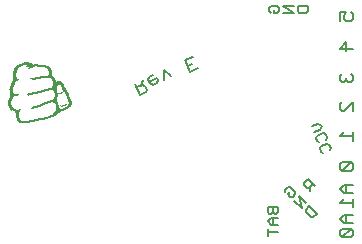
<source format=gbo>
G75*
%MOIN*%
%OFA0B0*%
%FSLAX24Y24*%
%IPPOS*%
%LPD*%
%AMOC8*
5,1,8,0,0,1.08239X$1,22.5*
%
%ADD10R,0.0005X0.0055*%
%ADD11R,0.0005X0.0115*%
%ADD12R,0.0005X0.0125*%
%ADD13R,0.0005X0.0165*%
%ADD14R,0.0005X0.0170*%
%ADD15R,0.0005X0.0200*%
%ADD16R,0.0005X0.0210*%
%ADD17R,0.0005X0.0240*%
%ADD18R,0.0005X0.0250*%
%ADD19R,0.0005X0.0280*%
%ADD20R,0.0005X0.0290*%
%ADD21R,0.0005X0.0320*%
%ADD22R,0.0005X0.0325*%
%ADD23R,0.0005X0.0350*%
%ADD24R,0.0005X0.0100*%
%ADD25R,0.0005X0.0190*%
%ADD26R,0.0005X0.0090*%
%ADD27R,0.0005X0.0215*%
%ADD28R,0.0005X0.0085*%
%ADD29R,0.0005X0.0195*%
%ADD30R,0.0005X0.0080*%
%ADD31R,0.0005X0.0205*%
%ADD32R,0.0005X0.0185*%
%ADD33R,0.0005X0.0175*%
%ADD34R,0.0005X0.0160*%
%ADD35R,0.0005X0.0180*%
%ADD36R,0.0005X0.0150*%
%ADD37R,0.0005X0.0070*%
%ADD38R,0.0005X0.0135*%
%ADD39R,0.0005X0.0075*%
%ADD40R,0.0005X0.0010*%
%ADD41R,0.0005X0.0140*%
%ADD42R,0.0005X0.0015*%
%ADD43R,0.0005X0.0020*%
%ADD44R,0.0005X0.0145*%
%ADD45R,0.0005X0.0065*%
%ADD46R,0.0005X0.0025*%
%ADD47R,0.0005X0.0230*%
%ADD48R,0.0005X0.0220*%
%ADD49R,0.0005X0.0005*%
%ADD50R,0.0005X0.0155*%
%ADD51R,0.0005X0.0110*%
%ADD52R,0.0005X0.0105*%
%ADD53R,0.0005X0.0095*%
%ADD54R,0.0005X0.0120*%
%ADD55R,0.0005X0.0030*%
%ADD56R,0.0005X0.0260*%
%ADD57R,0.0005X0.0265*%
%ADD58R,0.0005X0.0310*%
%ADD59R,0.0005X0.0360*%
%ADD60R,0.0005X0.0130*%
%ADD61R,0.0005X0.0365*%
%ADD62R,0.0005X0.0395*%
%ADD63R,0.0005X0.0405*%
%ADD64R,0.0005X0.0425*%
%ADD65R,0.0005X0.0245*%
%ADD66R,0.0005X0.0315*%
%ADD67R,0.0005X0.0530*%
%ADD68R,0.0005X0.0505*%
%ADD69R,0.0005X0.0535*%
%ADD70R,0.0005X0.0525*%
%ADD71R,0.0005X0.0725*%
%ADD72R,0.0005X0.0710*%
%ADD73R,0.0005X0.0705*%
%ADD74R,0.0005X0.0735*%
%ADD75R,0.0005X0.0440*%
%ADD76R,0.0005X0.0475*%
%ADD77R,0.0005X0.0455*%
%ADD78R,0.0005X0.0480*%
%ADD79R,0.0005X0.0470*%
%ADD80R,0.0005X0.0450*%
%ADD81R,0.0005X0.0430*%
%ADD82R,0.0005X0.0270*%
%ADD83R,0.0005X0.0285*%
%ADD84R,0.0005X0.0295*%
%ADD85R,0.0005X0.0060*%
%ADD86R,0.0005X0.0300*%
%ADD87R,0.0005X0.0305*%
%ADD88R,0.0005X0.0050*%
%ADD89R,0.0005X0.0330*%
%ADD90R,0.0005X0.0335*%
%ADD91R,0.0005X0.0045*%
%ADD92R,0.0005X0.0040*%
%ADD93R,0.0005X0.0035*%
%ADD94R,0.0005X0.0235*%
%ADD95R,0.0005X0.0375*%
%ADD96R,0.0005X0.0370*%
%ADD97R,0.0005X0.0345*%
%ADD98R,0.0005X0.0225*%
%ADD99R,0.0005X0.0460*%
%ADD100R,0.0005X0.0515*%
%ADD101R,0.0005X0.0520*%
%ADD102R,0.0005X0.0495*%
%ADD103R,0.0005X0.0510*%
%ADD104R,0.0005X0.0500*%
%ADD105R,0.0005X0.0540*%
%ADD106R,0.0005X0.0765*%
%ADD107R,0.0005X0.0390*%
%ADD108C,0.0080*%
%ADD109C,0.0060*%
D10*
X008155Y005797D03*
X008660Y005912D03*
X008665Y005912D03*
X008670Y005912D03*
X008680Y005922D03*
X008685Y005922D03*
X008690Y005922D03*
X008695Y005922D03*
X008700Y005922D03*
X008705Y005922D03*
X008710Y005922D03*
X008715Y005922D03*
X008735Y005932D03*
X008740Y005932D03*
X008765Y005942D03*
X008770Y005942D03*
X008775Y005942D03*
X008780Y005942D03*
X008795Y005952D03*
X008800Y005952D03*
X008810Y005962D03*
X008830Y005962D03*
X008895Y005987D03*
X008965Y006017D03*
X008985Y006027D03*
X009015Y006037D03*
X009155Y006082D03*
X009165Y006092D03*
X009175Y006092D03*
X009180Y006092D03*
X009185Y006092D03*
X009200Y006102D03*
X009205Y006102D03*
X009095Y006492D03*
X008980Y006462D03*
X008875Y006437D03*
X008845Y006427D03*
X008835Y006427D03*
X008830Y006427D03*
X008825Y006427D03*
X008815Y006417D03*
X008810Y006417D03*
X008805Y006417D03*
X008800Y006417D03*
X008795Y006417D03*
X008775Y006407D03*
X008770Y006407D03*
X008765Y006407D03*
X008760Y006407D03*
X008735Y006397D03*
X008730Y006397D03*
X008725Y006397D03*
X008720Y006397D03*
X008715Y006397D03*
X008710Y006397D03*
X008700Y006387D03*
X008695Y006387D03*
X008690Y006387D03*
X008685Y006387D03*
X008680Y006387D03*
X008675Y006387D03*
X008670Y006387D03*
X008665Y006387D03*
X008660Y006387D03*
X008640Y006377D03*
X008635Y006377D03*
X008630Y006377D03*
X008625Y006377D03*
X008035Y006322D03*
X008030Y006322D03*
X009895Y006037D03*
X009900Y006037D03*
D11*
X009890Y006042D03*
X009730Y006407D03*
X009710Y006437D03*
X009570Y006692D03*
X009510Y005802D03*
X009380Y005712D03*
X008040Y005787D03*
X007975Y006322D03*
X008580Y007292D03*
D12*
X009425Y006702D03*
X009575Y006682D03*
X009580Y006677D03*
X009695Y006467D03*
X009700Y006462D03*
X009705Y006447D03*
X009715Y006427D03*
X009720Y006422D03*
X009725Y006417D03*
X009885Y006042D03*
X009390Y005727D03*
X008175Y005462D03*
X008135Y005757D03*
X007970Y006322D03*
D13*
X007945Y006327D03*
X009335Y006157D03*
X009410Y006057D03*
X009480Y005817D03*
X009880Y006047D03*
X009405Y006682D03*
X009400Y006682D03*
D14*
X009340Y006160D03*
X009475Y005820D03*
X009875Y006045D03*
D15*
X009870Y006055D03*
X009350Y006165D03*
X009625Y006585D03*
X009295Y006830D03*
X009290Y006830D03*
X008040Y007145D03*
D16*
X007975Y006740D03*
X007935Y006330D03*
X007815Y006050D03*
X009415Y006030D03*
X009645Y006540D03*
X009635Y006560D03*
X009820Y006185D03*
X009865Y006055D03*
D17*
X009860Y006065D03*
D18*
X009855Y006065D03*
X009360Y006190D03*
X009305Y006795D03*
X009300Y006800D03*
D19*
X009850Y006075D03*
D20*
X009845Y006075D03*
X009225Y007030D03*
X008085Y005680D03*
D21*
X009445Y005880D03*
X009840Y006085D03*
X009190Y007065D03*
D22*
X009185Y007067D03*
X009180Y007072D03*
X009175Y007077D03*
X009410Y006312D03*
X009835Y006082D03*
X008100Y005652D03*
D23*
X008115Y005640D03*
X007850Y006060D03*
X007845Y006060D03*
X009830Y006090D03*
D24*
X009825Y005960D03*
X009820Y005955D03*
X009535Y005805D03*
X009530Y005805D03*
X009525Y005805D03*
X009345Y005680D03*
X009340Y005675D03*
X009335Y005670D03*
X009330Y005665D03*
X009325Y005660D03*
X009310Y005655D03*
X009300Y006135D03*
X009270Y006545D03*
X009490Y006715D03*
X009495Y006715D03*
X009500Y006715D03*
X009505Y006715D03*
X009510Y006715D03*
X009535Y006705D03*
X009540Y006705D03*
X009545Y006705D03*
X009550Y006705D03*
X009255Y006905D03*
X009250Y006905D03*
X009240Y006915D03*
X009130Y007220D03*
X008605Y007295D03*
X008600Y007295D03*
X008595Y007295D03*
X008555Y007325D03*
X008550Y007325D03*
X008545Y007325D03*
X008465Y007360D03*
X008440Y007370D03*
X008435Y007370D03*
X008180Y007295D03*
X008130Y007265D03*
X008120Y007255D03*
X008065Y006860D03*
X007920Y005870D03*
X007930Y005860D03*
X008025Y005805D03*
X008190Y005440D03*
D25*
X009345Y006165D03*
X009815Y006200D03*
X009825Y006170D03*
X009390Y006665D03*
D26*
X009260Y006540D03*
X009545Y005810D03*
X009550Y005810D03*
X009555Y005810D03*
X009315Y005655D03*
X009290Y005640D03*
X009270Y005630D03*
X009260Y005630D03*
X009240Y005620D03*
X009225Y005610D03*
X009195Y005600D03*
X009175Y005590D03*
X009145Y005580D03*
X009120Y005570D03*
X009080Y005560D03*
X009055Y005555D03*
X009050Y005550D03*
X009015Y005545D03*
X008815Y005505D03*
X008730Y005485D03*
X008205Y005430D03*
X008200Y005435D03*
X008195Y005440D03*
X008015Y005810D03*
X008010Y005815D03*
X008005Y005820D03*
X007990Y005825D03*
X007985Y005830D03*
X007970Y005835D03*
X007950Y005845D03*
X007990Y006320D03*
X008135Y007270D03*
X008140Y007270D03*
X008150Y007280D03*
X008155Y007280D03*
X008160Y007280D03*
X008170Y007290D03*
X008185Y007300D03*
X008195Y007310D03*
X008200Y007310D03*
X008205Y007310D03*
X008215Y007320D03*
X008220Y007320D03*
X008225Y007320D03*
X008235Y007330D03*
X008245Y007340D03*
X008255Y007340D03*
X008260Y007345D03*
X008275Y007350D03*
X008280Y007355D03*
X008295Y007360D03*
X008300Y007365D03*
X008310Y007365D03*
X008330Y007375D03*
X008565Y007320D03*
X008615Y007290D03*
X008645Y007300D03*
X008660Y007310D03*
X009030Y007275D03*
X009035Y007270D03*
X009060Y007265D03*
X009080Y007255D03*
X009100Y007245D03*
X009125Y007225D03*
X009815Y005945D03*
X009810Y005940D03*
D27*
X009810Y006212D03*
X009800Y006242D03*
X009620Y006592D03*
X009470Y005832D03*
X009465Y005832D03*
X009415Y005797D03*
X007960Y006707D03*
D28*
X007995Y006317D03*
X007935Y005852D03*
X007955Y005842D03*
X007960Y005842D03*
X007965Y005842D03*
X007975Y005832D03*
X007980Y005832D03*
X007995Y005822D03*
X008000Y005822D03*
X008145Y005782D03*
X008210Y005427D03*
X008230Y005422D03*
X008240Y005412D03*
X008245Y005412D03*
X008250Y005412D03*
X008255Y005412D03*
X008260Y005412D03*
X008265Y005412D03*
X008270Y005412D03*
X008275Y005412D03*
X008280Y005412D03*
X008285Y005412D03*
X008290Y005412D03*
X008295Y005412D03*
X008300Y005412D03*
X008305Y005412D03*
X008310Y005412D03*
X008315Y005412D03*
X008320Y005412D03*
X008325Y005412D03*
X008330Y005412D03*
X008335Y005412D03*
X008340Y005412D03*
X008345Y005412D03*
X008350Y005412D03*
X008355Y005412D03*
X008360Y005412D03*
X008495Y005432D03*
X008510Y005442D03*
X008520Y005442D03*
X008525Y005442D03*
X008530Y005442D03*
X008535Y005442D03*
X008540Y005442D03*
X008545Y005442D03*
X008560Y005452D03*
X008565Y005452D03*
X008570Y005452D03*
X008575Y005452D03*
X008580Y005452D03*
X008585Y005452D03*
X008590Y005452D03*
X008595Y005452D03*
X008610Y005462D03*
X008615Y005462D03*
X008620Y005462D03*
X008625Y005462D03*
X008630Y005462D03*
X008635Y005462D03*
X008655Y005472D03*
X008725Y005482D03*
X008810Y005502D03*
X008820Y005507D03*
X008965Y005527D03*
X008975Y005537D03*
X008985Y005537D03*
X008990Y005537D03*
X008995Y005537D03*
X009000Y005537D03*
X009005Y005537D03*
X009010Y005537D03*
X009020Y005547D03*
X009025Y005547D03*
X009030Y005547D03*
X009035Y005547D03*
X009040Y005547D03*
X009045Y005547D03*
X009060Y005557D03*
X009075Y005557D03*
X009085Y005567D03*
X009115Y005567D03*
X009150Y005582D03*
X009170Y005587D03*
X009180Y005592D03*
X009190Y005597D03*
X009200Y005602D03*
X009220Y005607D03*
X009245Y005622D03*
X009275Y005632D03*
X009295Y005642D03*
X009560Y005812D03*
X009570Y005812D03*
X009775Y005917D03*
X009780Y005917D03*
X009805Y005937D03*
X009285Y006127D03*
X009280Y006127D03*
X009275Y006127D03*
X009255Y006537D03*
X009115Y007237D03*
X009095Y007247D03*
X009090Y007247D03*
X009085Y007247D03*
X009075Y007257D03*
X009070Y007257D03*
X009065Y007257D03*
X009055Y007267D03*
X009050Y007267D03*
X009040Y007267D03*
X008665Y007312D03*
X008640Y007297D03*
X008570Y007317D03*
X008425Y007392D03*
X008420Y007392D03*
X008415Y007392D03*
X008410Y007392D03*
X008405Y007392D03*
X008400Y007392D03*
X008395Y007392D03*
X008390Y007392D03*
X008385Y007392D03*
X008380Y007392D03*
X008375Y007392D03*
X008370Y007392D03*
X008365Y007392D03*
X008355Y007382D03*
X008325Y007372D03*
X008240Y007332D03*
X008230Y007322D03*
X008210Y007312D03*
X008190Y007302D03*
X008165Y007287D03*
X008145Y007277D03*
D29*
X008040Y006882D03*
X007955Y006692D03*
X007950Y006687D03*
X009395Y006667D03*
X009610Y006612D03*
X009615Y006607D03*
X009785Y006287D03*
X009805Y006227D03*
D30*
X009800Y005935D03*
X009795Y005930D03*
X009790Y005925D03*
X009785Y005920D03*
X009770Y005915D03*
X009765Y005910D03*
X009760Y005905D03*
X009755Y005900D03*
X009735Y005890D03*
X009715Y005880D03*
X009700Y005870D03*
X009695Y005870D03*
X009640Y005840D03*
X009625Y005835D03*
X009620Y005830D03*
X009605Y005825D03*
X009600Y005820D03*
X009575Y005815D03*
X009565Y005815D03*
X009255Y005625D03*
X009250Y005625D03*
X009235Y005615D03*
X009230Y005615D03*
X009215Y005605D03*
X009210Y005605D03*
X009205Y005605D03*
X009185Y005595D03*
X009165Y005585D03*
X009160Y005585D03*
X009155Y005585D03*
X009140Y005575D03*
X009135Y005575D03*
X009130Y005575D03*
X009125Y005575D03*
X009110Y005565D03*
X009105Y005565D03*
X009100Y005565D03*
X009095Y005565D03*
X009090Y005565D03*
X009070Y005555D03*
X009065Y005555D03*
X008980Y005540D03*
X008960Y005530D03*
X008955Y005530D03*
X008950Y005530D03*
X008945Y005530D03*
X008940Y005530D03*
X008935Y005530D03*
X008930Y005530D03*
X008925Y005525D03*
X008920Y005520D03*
X008915Y005520D03*
X008910Y005520D03*
X008905Y005520D03*
X008900Y005520D03*
X008895Y005520D03*
X008890Y005520D03*
X008885Y005520D03*
X008880Y005520D03*
X008875Y005520D03*
X008870Y005520D03*
X008860Y005510D03*
X008855Y005510D03*
X008850Y005510D03*
X008845Y005510D03*
X008840Y005510D03*
X008835Y005510D03*
X008830Y005510D03*
X008825Y005510D03*
X008805Y005500D03*
X008800Y005500D03*
X008795Y005500D03*
X008790Y005500D03*
X008785Y005500D03*
X008780Y005500D03*
X008775Y005500D03*
X008765Y005490D03*
X008760Y005490D03*
X008755Y005490D03*
X008750Y005490D03*
X008745Y005490D03*
X008740Y005490D03*
X008735Y005490D03*
X008720Y005480D03*
X008715Y005480D03*
X008710Y005480D03*
X008705Y005480D03*
X008700Y005480D03*
X008695Y005480D03*
X008690Y005480D03*
X008685Y005475D03*
X008680Y005470D03*
X008675Y005470D03*
X008670Y005470D03*
X008665Y005470D03*
X008660Y005470D03*
X008650Y005470D03*
X008645Y005465D03*
X008640Y005460D03*
X008605Y005460D03*
X008555Y005450D03*
X008550Y005445D03*
X008515Y005445D03*
X008500Y005435D03*
X008490Y005435D03*
X008485Y005435D03*
X008480Y005435D03*
X008475Y005435D03*
X008470Y005435D03*
X008465Y005435D03*
X008460Y005435D03*
X008455Y005435D03*
X008450Y005435D03*
X008445Y005435D03*
X008440Y005430D03*
X008435Y005425D03*
X008430Y005425D03*
X008425Y005425D03*
X008420Y005425D03*
X008415Y005425D03*
X008410Y005425D03*
X008405Y005425D03*
X008400Y005425D03*
X008395Y005425D03*
X008390Y005425D03*
X008385Y005425D03*
X008380Y005425D03*
X008375Y005425D03*
X008370Y005425D03*
X008225Y005425D03*
X008220Y005425D03*
X008215Y005425D03*
X008150Y005785D03*
X007945Y005850D03*
X007940Y005850D03*
X008000Y006320D03*
X008070Y006850D03*
X008075Y006850D03*
X007965Y007005D03*
X008315Y007370D03*
X008320Y007370D03*
X008335Y007380D03*
X008340Y007380D03*
X008345Y007380D03*
X008350Y007380D03*
X008620Y007295D03*
X008625Y007295D03*
X008630Y007295D03*
X008635Y007295D03*
X008650Y007305D03*
X008655Y007305D03*
X008670Y007315D03*
X008675Y007315D03*
X008680Y007315D03*
X008685Y007315D03*
X008690Y007315D03*
X008695Y007315D03*
X008700Y007315D03*
X008705Y007315D03*
X008710Y007315D03*
X008715Y007315D03*
X008720Y007315D03*
X008725Y007315D03*
X008730Y007315D03*
X008735Y007315D03*
X008740Y007315D03*
X008745Y007315D03*
X008750Y007315D03*
X008755Y007315D03*
X008760Y007315D03*
X008765Y007315D03*
X008785Y007305D03*
X008790Y007305D03*
X008795Y007305D03*
X008800Y007305D03*
X008805Y007305D03*
X008810Y007305D03*
X008815Y007305D03*
X008820Y007305D03*
X008825Y007305D03*
X008830Y007305D03*
X008835Y007305D03*
X008840Y007305D03*
X008845Y007305D03*
X008850Y007305D03*
X008855Y007305D03*
X008860Y007305D03*
X008865Y007305D03*
X008870Y007305D03*
X008875Y007305D03*
X008880Y007305D03*
X008885Y007305D03*
X008890Y007305D03*
X008895Y007305D03*
X008900Y007305D03*
X008920Y007295D03*
X008925Y007295D03*
X008930Y007295D03*
X008935Y007295D03*
X008940Y007295D03*
X008945Y007295D03*
X008950Y007295D03*
X008955Y007295D03*
X008965Y007285D03*
X008970Y007285D03*
X008975Y007285D03*
X008980Y007285D03*
X008985Y007285D03*
X008990Y007285D03*
X008995Y007285D03*
X009005Y007275D03*
X009010Y007275D03*
X009015Y007275D03*
X009020Y007275D03*
X009025Y007275D03*
X009045Y007265D03*
X009105Y007240D03*
X009110Y007240D03*
X009155Y006955D03*
X009160Y006955D03*
X009240Y006535D03*
X009245Y006535D03*
X009250Y006535D03*
X009215Y006525D03*
X009270Y006125D03*
D31*
X009795Y006262D03*
X009650Y006542D03*
X008045Y007147D03*
X007965Y006717D03*
X007940Y006662D03*
X007940Y006332D03*
D32*
X007945Y006677D03*
X008045Y006882D03*
X008050Y007162D03*
X008055Y007167D03*
X007885Y005932D03*
X008150Y005512D03*
X009790Y006277D03*
X009775Y006312D03*
D33*
X009780Y006302D03*
X009605Y006627D03*
X008065Y007182D03*
X008060Y007177D03*
D34*
X007810Y006050D03*
X008055Y005755D03*
X008060Y005755D03*
X008160Y005490D03*
X009425Y006310D03*
X009305Y006560D03*
X009655Y006535D03*
X009660Y006535D03*
X009670Y006515D03*
X009755Y006355D03*
X009770Y006325D03*
D35*
X009765Y006335D03*
X008145Y005520D03*
X007880Y005935D03*
X007935Y006650D03*
D36*
X009300Y006560D03*
X009410Y006690D03*
X009430Y006310D03*
X009745Y006380D03*
X009760Y006350D03*
X009485Y005810D03*
D37*
X009585Y005820D03*
X009590Y005820D03*
X009655Y005845D03*
X009670Y005855D03*
X009675Y005855D03*
X009680Y005855D03*
X009705Y005875D03*
X009710Y005875D03*
X009725Y005885D03*
X009730Y005885D03*
X009745Y005895D03*
X009750Y005895D03*
X009240Y006110D03*
X009125Y006500D03*
X009130Y006505D03*
X009145Y006510D03*
X009185Y006520D03*
X009195Y006520D03*
X009200Y006520D03*
X009205Y006520D03*
X009220Y006530D03*
X009225Y006530D03*
X009230Y006530D03*
X009235Y006530D03*
X009150Y006950D03*
X009145Y006950D03*
X008910Y007300D03*
X008775Y007310D03*
X008085Y006845D03*
X008080Y006845D03*
X007960Y007005D03*
X008010Y006320D03*
D38*
X007965Y006322D03*
X008165Y005472D03*
X009395Y005737D03*
X009400Y005742D03*
X009750Y006367D03*
X009740Y006387D03*
X009685Y006492D03*
X009590Y006662D03*
X009585Y006667D03*
X009295Y006552D03*
X009285Y006862D03*
X009280Y006867D03*
X008475Y007342D03*
X008470Y007342D03*
D39*
X008430Y007387D03*
X008770Y007312D03*
X008780Y007307D03*
X008905Y007302D03*
X008915Y007297D03*
X008960Y007292D03*
X009000Y007282D03*
X009190Y006522D03*
X009210Y006522D03*
X009165Y006512D03*
X009160Y006512D03*
X009155Y006512D03*
X009150Y006512D03*
X009260Y006122D03*
X009265Y006122D03*
X009250Y006112D03*
X009245Y006112D03*
X009580Y005817D03*
X009595Y005817D03*
X009610Y005827D03*
X009615Y005827D03*
X009630Y005837D03*
X009635Y005837D03*
X009645Y005847D03*
X009650Y005847D03*
X009660Y005847D03*
X009690Y005867D03*
X009720Y005882D03*
X009740Y005892D03*
X008970Y005532D03*
X008865Y005512D03*
X008770Y005492D03*
X008600Y005457D03*
X008505Y005437D03*
X008365Y005422D03*
X008005Y006322D03*
D40*
X008135Y006315D03*
X008200Y005830D03*
X008580Y005860D03*
X008550Y006850D03*
X008475Y007190D03*
X008480Y007195D03*
X008485Y007200D03*
X008490Y007205D03*
X008505Y007210D03*
X008515Y007215D03*
X008410Y007265D03*
X008400Y007260D03*
X008150Y006830D03*
X008145Y006830D03*
X008140Y006830D03*
X008135Y006830D03*
X008130Y006830D03*
X008125Y006830D03*
X009445Y006360D03*
X009450Y006360D03*
X009480Y006350D03*
X009485Y006350D03*
X009505Y006350D03*
X009590Y006385D03*
X009730Y005980D03*
X009735Y005980D03*
X009720Y005975D03*
X009525Y005950D03*
D41*
X009330Y006145D03*
X009325Y006145D03*
X009735Y006395D03*
X008480Y007345D03*
X007975Y007015D03*
X008170Y005470D03*
D42*
X008195Y005827D03*
X008130Y006312D03*
X008125Y006312D03*
X008120Y006312D03*
X008115Y006312D03*
X008110Y006312D03*
X008425Y006312D03*
X008430Y006317D03*
X008435Y006322D03*
X008440Y006322D03*
X008445Y006322D03*
X008555Y006852D03*
X008560Y006852D03*
X008565Y006852D03*
X008570Y006852D03*
X008500Y007207D03*
X008495Y007207D03*
X008510Y007212D03*
X008520Y007212D03*
X008455Y007282D03*
X008450Y007282D03*
X008430Y007272D03*
X008425Y007272D03*
X008420Y007272D03*
X008415Y007272D03*
X008405Y007262D03*
X008405Y007327D03*
X008410Y007327D03*
X008415Y007327D03*
X008420Y007327D03*
X008425Y007327D03*
X009440Y006357D03*
X009455Y006357D03*
X009475Y006352D03*
X009490Y006352D03*
X009495Y006352D03*
X009500Y006352D03*
X009510Y006352D03*
X009530Y006357D03*
X009535Y006357D03*
X009540Y006362D03*
X009570Y006377D03*
X009575Y006377D03*
X009595Y006387D03*
X009725Y005977D03*
X009715Y005972D03*
X009710Y005972D03*
X009705Y005967D03*
X009700Y005967D03*
X009690Y005962D03*
X009685Y005962D03*
X009680Y005962D03*
X009655Y005952D03*
X009620Y005942D03*
X009550Y005942D03*
X009530Y005952D03*
D43*
X009545Y005945D03*
X009615Y005940D03*
X009625Y005945D03*
X009630Y005945D03*
X009650Y005950D03*
X009660Y005955D03*
X009665Y005955D03*
X009670Y005955D03*
X009675Y005960D03*
X009695Y005965D03*
X009560Y006370D03*
X009515Y006355D03*
X009470Y006355D03*
X009460Y006355D03*
X009435Y006360D03*
X008595Y005870D03*
X008590Y005865D03*
X008585Y005860D03*
X008190Y005825D03*
X008180Y005815D03*
X008105Y006315D03*
X008450Y006325D03*
X008525Y007215D03*
X008530Y007220D03*
X008535Y007225D03*
X008550Y007230D03*
X008555Y007235D03*
X008570Y007240D03*
X008460Y007285D03*
X008430Y007330D03*
D44*
X008055Y006872D03*
X007855Y006492D03*
X007960Y006322D03*
X007890Y005907D03*
X007895Y005902D03*
X009415Y006692D03*
X009665Y006527D03*
X009675Y006507D03*
X009680Y006502D03*
X009690Y006482D03*
X009490Y005807D03*
X009160Y007182D03*
X009155Y007187D03*
D45*
X009175Y006517D03*
X009180Y006517D03*
X009140Y006507D03*
X009135Y006507D03*
X009120Y006497D03*
X009115Y006497D03*
X009110Y006497D03*
X009105Y006497D03*
X009100Y006497D03*
X009090Y006487D03*
X009085Y006487D03*
X009080Y006487D03*
X009075Y006487D03*
X009070Y006487D03*
X009065Y006487D03*
X009060Y006487D03*
X009050Y006477D03*
X009045Y006477D03*
X009040Y006477D03*
X009035Y006477D03*
X009010Y006467D03*
X009215Y006107D03*
X009220Y006107D03*
X009225Y006107D03*
X009230Y006107D03*
X009235Y006107D03*
X009255Y006117D03*
X009665Y005852D03*
X009685Y005862D03*
X008755Y005937D03*
X008750Y005937D03*
X008730Y005927D03*
X008725Y005927D03*
X008720Y005927D03*
X008025Y006317D03*
X008020Y006317D03*
X008015Y006317D03*
X007800Y006062D03*
D46*
X008100Y006317D03*
X007850Y006497D03*
X007845Y006497D03*
X008120Y006832D03*
X008575Y006857D03*
X008580Y006857D03*
X008585Y006857D03*
X008590Y006857D03*
X008595Y006857D03*
X008600Y006857D03*
X008545Y007227D03*
X008540Y007227D03*
X008560Y007237D03*
X008565Y007237D03*
X008465Y007287D03*
X008445Y007277D03*
X008440Y007277D03*
X008435Y007277D03*
X008455Y006327D03*
X008600Y005872D03*
X008185Y005822D03*
X008175Y005812D03*
X009535Y005947D03*
X009540Y005947D03*
X009555Y005937D03*
X009560Y005937D03*
X009565Y005937D03*
X009570Y005937D03*
X009575Y005937D03*
X009580Y005937D03*
X009585Y005937D03*
X009590Y005937D03*
X009595Y005937D03*
X009600Y005937D03*
X009605Y005937D03*
X009610Y005937D03*
X009635Y005947D03*
X009640Y005947D03*
X009645Y005947D03*
X009525Y006352D03*
X009520Y006357D03*
X009545Y006362D03*
X009550Y006362D03*
X009555Y006362D03*
X009565Y006372D03*
D47*
X009640Y006545D03*
D48*
X009630Y006570D03*
X008070Y005715D03*
X007820Y006050D03*
D49*
X008140Y006317D03*
X008145Y006317D03*
X008150Y006317D03*
X008205Y005832D03*
X008575Y005862D03*
X009580Y006382D03*
X009585Y006382D03*
X009600Y006392D03*
X009605Y006392D03*
X008470Y007192D03*
X008395Y007257D03*
X008395Y007332D03*
X008400Y007332D03*
X008390Y007332D03*
X008385Y007332D03*
D50*
X008075Y007202D03*
X008070Y007197D03*
X008050Y006872D03*
X007860Y006492D03*
X007950Y006327D03*
X007955Y006322D03*
X007805Y006052D03*
X008155Y005492D03*
X009405Y005757D03*
X009410Y005762D03*
X009600Y006642D03*
X009595Y006647D03*
D51*
X007910Y005875D03*
X008035Y005790D03*
X008185Y005450D03*
X009355Y005685D03*
X009360Y005690D03*
X009365Y005695D03*
X009515Y005800D03*
X009310Y006140D03*
X009280Y006550D03*
X009475Y006720D03*
X009480Y006720D03*
X009520Y006710D03*
X009525Y006710D03*
X009555Y006700D03*
X009565Y006690D03*
X009270Y006890D03*
X009260Y006900D03*
X009135Y007215D03*
X008585Y007290D03*
X008540Y007330D03*
X008535Y007330D03*
X008530Y007330D03*
X008525Y007330D03*
X008455Y007365D03*
X008450Y007365D03*
X008445Y007365D03*
X008100Y007240D03*
X008095Y007235D03*
D52*
X008090Y007232D03*
X008060Y006857D03*
X007980Y006322D03*
X007905Y005882D03*
X007915Y005872D03*
X008590Y007292D03*
X008460Y007362D03*
X009140Y007212D03*
X009265Y006897D03*
X009275Y006887D03*
X009485Y006717D03*
X009515Y006712D03*
X009530Y006707D03*
X009560Y006697D03*
X009275Y006547D03*
X009305Y006137D03*
X009520Y005802D03*
X009370Y005697D03*
X009350Y005682D03*
D53*
X009320Y005657D03*
X009305Y005647D03*
X009300Y005647D03*
X009285Y005637D03*
X009280Y005637D03*
X009265Y005627D03*
X009540Y005807D03*
X009295Y006132D03*
X009290Y006132D03*
X009265Y006542D03*
X009245Y006912D03*
X009235Y006922D03*
X009120Y007232D03*
X008610Y007292D03*
X008560Y007322D03*
X008360Y007387D03*
X008305Y007367D03*
X008290Y007357D03*
X008285Y007357D03*
X008270Y007347D03*
X008265Y007347D03*
X008250Y007337D03*
X008175Y007292D03*
X008125Y007262D03*
X008115Y007252D03*
X008110Y007252D03*
X008105Y007252D03*
X007985Y006322D03*
X007925Y005867D03*
X008020Y005807D03*
X008030Y005797D03*
X008235Y005417D03*
D54*
X008180Y005460D03*
X008050Y005775D03*
X009315Y006140D03*
X009495Y005805D03*
X009500Y005805D03*
X009505Y005805D03*
X009375Y005710D03*
X009285Y006550D03*
X009430Y006705D03*
X009435Y006705D03*
X009445Y006715D03*
X009450Y006715D03*
X009455Y006715D03*
X009460Y006715D03*
X009465Y006715D03*
X009470Y006715D03*
X009240Y007050D03*
X009150Y007200D03*
X009145Y007200D03*
X008575Y007295D03*
X008520Y007335D03*
X008515Y007335D03*
X008510Y007335D03*
X008505Y007335D03*
D55*
X008650Y006870D03*
X008645Y006865D03*
X008945Y006910D03*
X009030Y006920D03*
X008520Y006350D03*
X008515Y006350D03*
X008510Y006350D03*
X008505Y006345D03*
X008500Y006340D03*
X008495Y006340D03*
X008480Y006340D03*
X008475Y006335D03*
X008460Y006330D03*
X008095Y006315D03*
X008115Y006830D03*
X008110Y006835D03*
X008105Y006835D03*
X008100Y006835D03*
X008615Y005885D03*
X008610Y005880D03*
X008605Y005875D03*
X009465Y006355D03*
D56*
X009460Y005855D03*
X008075Y005695D03*
X007825Y006055D03*
D57*
X007830Y006057D03*
X008080Y005692D03*
X009455Y005857D03*
D58*
X009450Y005880D03*
X007835Y006060D03*
D59*
X009440Y005895D03*
D60*
X009385Y005725D03*
X009320Y006140D03*
X009290Y006550D03*
X009420Y006700D03*
X009440Y006710D03*
X009235Y007050D03*
X008500Y007340D03*
X008495Y007340D03*
X008490Y007340D03*
X008485Y007340D03*
X008085Y007215D03*
X008080Y007215D03*
X007970Y007015D03*
X007900Y005895D03*
X008045Y005780D03*
X008140Y005760D03*
D61*
X008120Y005632D03*
X009435Y005892D03*
D62*
X009430Y005902D03*
D63*
X009425Y005902D03*
D64*
X009420Y005907D03*
D65*
X009355Y006187D03*
X009420Y006302D03*
X008140Y005552D03*
D66*
X008095Y005662D03*
X008090Y005667D03*
X007840Y006062D03*
X009415Y006312D03*
X009195Y007062D03*
D67*
X009405Y006245D03*
D68*
X009400Y006257D03*
X007925Y006467D03*
D69*
X009395Y006277D03*
D70*
X009390Y006287D03*
X007880Y006357D03*
D71*
X009385Y006392D03*
D72*
X009380Y006400D03*
D73*
X009375Y006402D03*
X009370Y006407D03*
D74*
X009365Y006427D03*
D75*
X009360Y006580D03*
X009310Y006695D03*
X007870Y006075D03*
D76*
X009355Y006597D03*
D77*
X009350Y006607D03*
X009340Y006637D03*
X008010Y006957D03*
X008000Y006927D03*
D78*
X008005Y006945D03*
X009345Y006620D03*
D79*
X009335Y006645D03*
X008015Y006965D03*
X007995Y006920D03*
X007980Y006875D03*
D80*
X007985Y006890D03*
X008020Y006980D03*
X008030Y007000D03*
X009325Y006665D03*
X009330Y006660D03*
D81*
X009320Y006680D03*
X009315Y006685D03*
X007865Y006075D03*
D82*
X009230Y007010D03*
D83*
X009220Y007032D03*
D84*
X009215Y007042D03*
D85*
X009140Y006945D03*
X009135Y006945D03*
X009170Y006515D03*
X009055Y006480D03*
X009030Y006480D03*
X009025Y006480D03*
X009020Y006475D03*
X009015Y006470D03*
X009005Y006470D03*
X009000Y006470D03*
X008995Y006470D03*
X008990Y006470D03*
X008985Y006470D03*
X008975Y006460D03*
X008970Y006460D03*
X008965Y006460D03*
X008960Y006460D03*
X008955Y006460D03*
X008950Y006460D03*
X008945Y006460D03*
X008940Y006450D03*
X008935Y006450D03*
X008930Y006450D03*
X008925Y006450D03*
X008920Y006450D03*
X008915Y006450D03*
X008910Y006450D03*
X008905Y006445D03*
X008900Y006440D03*
X008895Y006440D03*
X008890Y006440D03*
X008885Y006440D03*
X008880Y006440D03*
X008855Y006435D03*
X008850Y006430D03*
X008835Y005965D03*
X008805Y005955D03*
X008790Y005950D03*
X008785Y005945D03*
X008760Y005940D03*
X008745Y005935D03*
X009190Y006095D03*
X009195Y006100D03*
X009210Y006105D03*
X007795Y006060D03*
D86*
X009210Y007045D03*
D87*
X009205Y007047D03*
X009200Y007052D03*
D88*
X009130Y006940D03*
X009110Y006930D03*
X009105Y006930D03*
X009100Y006930D03*
X008870Y006435D03*
X008865Y006435D03*
X008860Y006435D03*
X008840Y006425D03*
X008780Y006410D03*
X008755Y006405D03*
X008740Y006400D03*
X008645Y006380D03*
X008620Y006375D03*
X008815Y005960D03*
X008820Y005960D03*
X008825Y005960D03*
X008840Y005970D03*
X008845Y005970D03*
X008850Y005970D03*
X008855Y005970D03*
X008860Y005980D03*
X008865Y005980D03*
X008870Y005980D03*
X008890Y005990D03*
X008900Y005990D03*
X008915Y005995D03*
X008920Y006000D03*
X008935Y006005D03*
X008940Y006010D03*
X008970Y006020D03*
X009040Y006045D03*
X009045Y006050D03*
X009060Y006055D03*
X009065Y006060D03*
X009090Y006065D03*
X009120Y006075D03*
X009145Y006085D03*
X009150Y006085D03*
X009170Y006095D03*
X008675Y005915D03*
X008645Y005905D03*
X008640Y005900D03*
X008160Y005800D03*
D89*
X008105Y005650D03*
X009170Y007080D03*
D90*
X009165Y007082D03*
D91*
X009125Y006937D03*
X009115Y006932D03*
X009095Y006927D03*
X008960Y006917D03*
X008940Y006907D03*
X008935Y006907D03*
X008930Y006907D03*
X008925Y006907D03*
X008920Y006907D03*
X008915Y006907D03*
X008910Y006907D03*
X008905Y006907D03*
X008900Y006907D03*
X008895Y006907D03*
X008890Y006907D03*
X008885Y006907D03*
X008860Y006897D03*
X008855Y006897D03*
X008850Y006897D03*
X008845Y006897D03*
X008840Y006897D03*
X008835Y006897D03*
X008830Y006897D03*
X008825Y006897D03*
X008820Y006897D03*
X008815Y006897D03*
X008810Y006897D03*
X008805Y006897D03*
X008785Y006887D03*
X008780Y006887D03*
X008775Y006887D03*
X008770Y006887D03*
X008765Y006887D03*
X008760Y006887D03*
X008755Y006887D03*
X008750Y006887D03*
X008720Y006877D03*
X008715Y006877D03*
X008710Y006877D03*
X008705Y006877D03*
X008700Y006877D03*
X008820Y006422D03*
X008790Y006412D03*
X008785Y006412D03*
X008750Y006402D03*
X008745Y006402D03*
X008705Y006392D03*
X008655Y006382D03*
X008650Y006382D03*
X008615Y006372D03*
X008610Y006372D03*
X008605Y006372D03*
X008600Y006372D03*
X008595Y006372D03*
X008585Y006372D03*
X008575Y006362D03*
X008650Y005907D03*
X008655Y005907D03*
X008635Y005897D03*
X008875Y005982D03*
X008885Y005987D03*
X008905Y005992D03*
X008910Y005992D03*
X008925Y006002D03*
X008930Y006002D03*
X008945Y006012D03*
X008950Y006012D03*
X008955Y006012D03*
X008960Y006012D03*
X008975Y006022D03*
X008980Y006022D03*
X008990Y006032D03*
X008995Y006032D03*
X009000Y006032D03*
X009005Y006032D03*
X009010Y006032D03*
X009020Y006042D03*
X009025Y006042D03*
X009030Y006042D03*
X009035Y006042D03*
X009050Y006052D03*
X009055Y006052D03*
X009085Y006062D03*
X009095Y006067D03*
X009115Y006072D03*
X009125Y006077D03*
X009160Y006087D03*
X008165Y005802D03*
X008065Y006317D03*
X008060Y006317D03*
X008055Y006317D03*
X008050Y006317D03*
X008045Y006317D03*
X008040Y006317D03*
X008090Y006837D03*
D92*
X008095Y006840D03*
X008530Y006355D03*
X008535Y006355D03*
X008540Y006355D03*
X008545Y006360D03*
X008550Y006365D03*
X008555Y006365D03*
X008560Y006365D03*
X008565Y006365D03*
X008570Y006365D03*
X008590Y006375D03*
X008630Y005895D03*
X008625Y005890D03*
X008620Y005885D03*
X008880Y005985D03*
X009070Y006060D03*
X009075Y006060D03*
X009080Y006060D03*
X009100Y006070D03*
X009105Y006070D03*
X009110Y006070D03*
X009130Y006080D03*
X009135Y006080D03*
X009140Y006080D03*
X009025Y006915D03*
X009020Y006915D03*
X009015Y006915D03*
X009010Y006915D03*
X009005Y006915D03*
X009000Y006915D03*
X008995Y006915D03*
X008990Y006915D03*
X008985Y006915D03*
X008980Y006915D03*
X008975Y006915D03*
X008970Y006915D03*
X008965Y006915D03*
X008955Y006915D03*
X008880Y006905D03*
X008865Y006900D03*
X008790Y006890D03*
X008745Y006885D03*
X009040Y006925D03*
X009045Y006925D03*
X009050Y006925D03*
X009055Y006925D03*
X009060Y006925D03*
X009065Y006925D03*
X009070Y006925D03*
X009075Y006925D03*
X009080Y006925D03*
X009085Y006925D03*
X009090Y006925D03*
X009120Y006935D03*
X008170Y005805D03*
D93*
X008090Y006312D03*
X008085Y006312D03*
X008080Y006312D03*
X008075Y006312D03*
X008070Y006312D03*
X008465Y006332D03*
X008470Y006332D03*
X008485Y006342D03*
X008490Y006342D03*
X008525Y006352D03*
X008580Y006367D03*
X008605Y006862D03*
X008610Y006862D03*
X008615Y006862D03*
X008620Y006862D03*
X008625Y006862D03*
X008630Y006862D03*
X008635Y006862D03*
X008640Y006862D03*
X008655Y006872D03*
X008660Y006872D03*
X008665Y006872D03*
X008670Y006872D03*
X008675Y006872D03*
X008680Y006872D03*
X008685Y006872D03*
X008690Y006872D03*
X008695Y006872D03*
X008725Y006882D03*
X008730Y006882D03*
X008735Y006882D03*
X008740Y006882D03*
X008795Y006892D03*
X008800Y006892D03*
X008870Y006902D03*
X008875Y006902D03*
X008950Y006912D03*
X009035Y006922D03*
D94*
X007870Y006482D03*
X008135Y005557D03*
D95*
X008130Y005627D03*
D96*
X008125Y005630D03*
D97*
X008110Y005642D03*
D98*
X008065Y005722D03*
X007865Y006482D03*
X007970Y006732D03*
D99*
X007990Y006900D03*
X008025Y006990D03*
X008035Y007010D03*
D100*
X007930Y006477D03*
D101*
X007920Y006460D03*
X007900Y006410D03*
X007895Y006395D03*
D102*
X007915Y006442D03*
D103*
X007910Y006435D03*
X007890Y006385D03*
D104*
X007905Y006425D03*
D105*
X007885Y006365D03*
D106*
X007875Y006232D03*
D107*
X007860Y006070D03*
X007855Y006070D03*
D108*
X012003Y006703D02*
X012181Y006322D01*
X012371Y006411D01*
X012405Y006504D01*
X012346Y006631D01*
X012253Y006665D01*
X012062Y006576D01*
X012189Y006635D02*
X012257Y006821D01*
X012450Y006834D02*
X012509Y006707D01*
X012602Y006673D01*
X012729Y006732D01*
X012763Y006825D01*
X012734Y006889D01*
X012480Y006770D01*
X012450Y006834D02*
X012484Y006927D01*
X012611Y006986D01*
X012956Y006838D02*
X012965Y007151D01*
X013210Y006956D01*
X013761Y007290D02*
X013888Y007350D01*
X013926Y007599D02*
X013672Y007481D01*
X013850Y007100D01*
X014104Y007218D01*
X018840Y006962D02*
X018840Y006822D01*
X018910Y006752D01*
X018980Y006752D01*
X019050Y006822D01*
X019120Y006752D01*
X019190Y006752D01*
X019260Y006822D01*
X019260Y006962D01*
X019190Y007032D01*
X019050Y006892D02*
X019050Y006822D01*
X018910Y007032D02*
X018840Y006962D01*
X019050Y007802D02*
X019050Y008082D01*
X018840Y007872D01*
X019260Y007872D01*
X019190Y008802D02*
X019260Y008872D01*
X019260Y009012D01*
X019190Y009082D01*
X019050Y009082D02*
X018980Y008942D01*
X018980Y008872D01*
X019050Y008802D01*
X019190Y008802D01*
X019050Y009082D02*
X018840Y009082D01*
X018840Y008802D01*
X018910Y006082D02*
X018840Y006012D01*
X018840Y005872D01*
X018910Y005802D01*
X018980Y005802D01*
X019260Y006082D01*
X019260Y005802D01*
X019260Y005082D02*
X019260Y004802D01*
X019260Y004942D02*
X018840Y004942D01*
X018980Y005082D01*
X018910Y004082D02*
X018840Y004012D01*
X018840Y003872D01*
X018910Y003802D01*
X019190Y004082D01*
X019260Y004012D01*
X019260Y003872D01*
X019190Y003802D01*
X018910Y003802D01*
X018910Y004082D02*
X019190Y004082D01*
X019260Y003332D02*
X018980Y003332D01*
X018840Y003192D01*
X018980Y003052D01*
X019260Y003052D01*
X019260Y002872D02*
X019260Y002591D01*
X019260Y002732D02*
X018840Y002732D01*
X018980Y002872D01*
X019050Y003052D02*
X019050Y003332D01*
X019050Y002332D02*
X019050Y002052D01*
X018980Y002052D02*
X019260Y002052D01*
X019190Y001872D02*
X018910Y001591D01*
X019190Y001591D01*
X019260Y001661D01*
X019260Y001802D01*
X019190Y001872D01*
X018910Y001872D01*
X018840Y001802D01*
X018840Y001661D01*
X018910Y001591D01*
X018980Y002052D02*
X018840Y002192D01*
X018980Y002332D01*
X019260Y002332D01*
D109*
X018058Y002372D02*
X017937Y002252D01*
X017857Y002252D01*
X017697Y002412D01*
X017697Y002492D01*
X017817Y002613D01*
X018058Y002372D01*
X017718Y002711D02*
X017478Y002952D01*
X017558Y002551D01*
X017317Y002792D01*
X017258Y002931D02*
X017178Y002931D01*
X017098Y003011D01*
X017178Y003091D01*
X017018Y003091D02*
X017018Y003171D01*
X017098Y003251D01*
X017178Y003251D01*
X017339Y003091D01*
X017339Y003011D01*
X017258Y002931D01*
X017649Y003314D02*
X017729Y003234D01*
X017809Y003234D01*
X017930Y003354D01*
X018010Y003274D02*
X017769Y003514D01*
X017649Y003394D01*
X017649Y003314D01*
X017849Y003274D02*
X017849Y003113D01*
X016770Y002592D02*
X016770Y002422D01*
X016713Y002365D01*
X016657Y002365D01*
X016600Y002422D01*
X016600Y002592D01*
X016770Y002592D02*
X016430Y002592D01*
X016430Y002422D01*
X016486Y002365D01*
X016543Y002365D01*
X016600Y002422D01*
X016600Y002224D02*
X016600Y001997D01*
X016543Y001997D02*
X016770Y001997D01*
X016770Y002224D02*
X016543Y002224D01*
X016430Y002110D01*
X016543Y001997D01*
X016430Y001855D02*
X016430Y001629D01*
X016430Y001742D02*
X016770Y001742D01*
X018203Y004439D02*
X018164Y004546D01*
X018198Y004618D01*
X018411Y004696D01*
X018484Y004662D01*
X018523Y004555D01*
X018489Y004483D01*
X018276Y004405D02*
X018203Y004439D01*
X018150Y004751D02*
X018077Y004785D01*
X018038Y004892D01*
X018072Y004964D01*
X018285Y005042D01*
X018358Y005008D01*
X018397Y004901D01*
X018363Y004829D01*
X018184Y005155D02*
X017970Y005078D01*
X017893Y005291D02*
X018106Y005369D01*
X018251Y005301D01*
X018184Y005155D01*
X017713Y009055D02*
X017486Y009055D01*
X017430Y009112D01*
X017430Y009282D01*
X017770Y009282D01*
X017770Y009112D01*
X017713Y009055D01*
X017290Y009055D02*
X016950Y009055D01*
X016810Y009112D02*
X016753Y009055D01*
X016640Y009055D01*
X016640Y009169D01*
X016753Y009282D02*
X016526Y009282D01*
X016470Y009225D01*
X016470Y009112D01*
X016526Y009055D01*
X016810Y009112D02*
X016810Y009225D01*
X016753Y009282D01*
X016950Y009282D02*
X017290Y009055D01*
X017290Y009282D02*
X016950Y009282D01*
M02*

</source>
